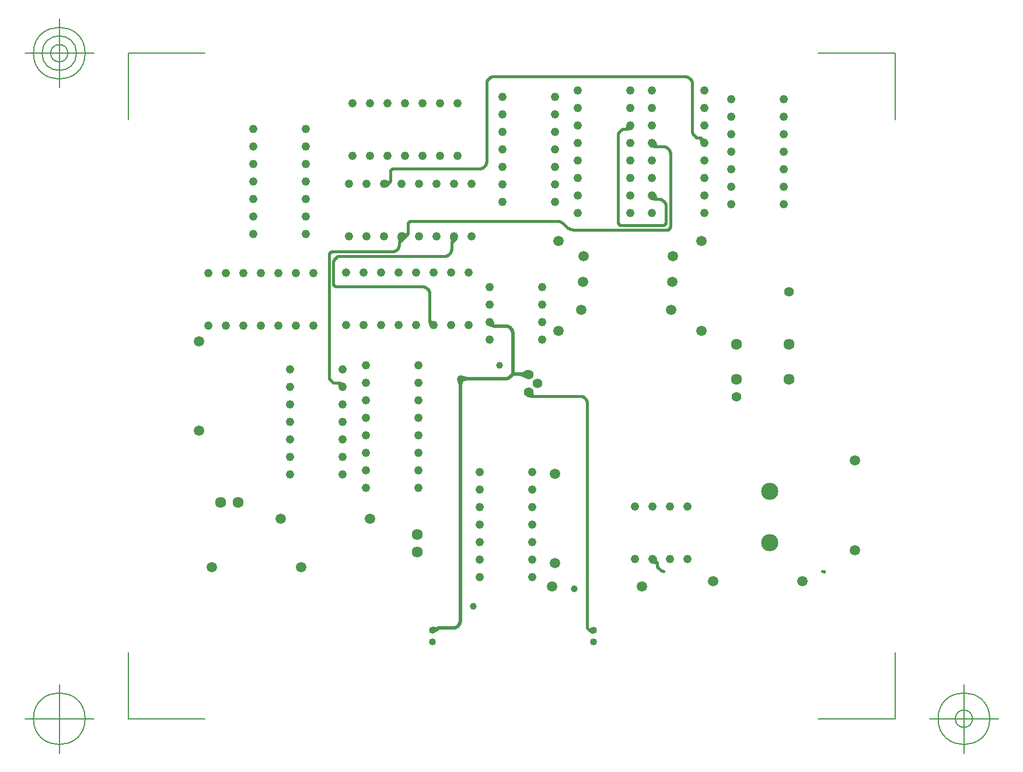
<source format=gbr>
G04 Generated by Ultiboard 12.0 *
%FSLAX25Y25*%
%MOIN*%

%ADD10C,0.00001*%
%ADD11C,0.02000*%
%ADD12C,0.01500*%
%ADD13C,0.00500*%
%ADD14C,0.06334*%
%ADD15C,0.05500*%
%ADD16C,0.05906*%
%ADD17C,0.04000*%
%ADD18C,0.04900*%
%ADD19C,0.03937*%
%ADD20C,0.09834*%


G04 ColorRGB 0000FF for the following layer *
%LNCopper Bottom*%
%LPD*%
G54D10*
G54D11*
X179000Y202500D02*
X176800Y204700D01*
X190000Y175000D02*
X195000Y175000D01*
X195200Y174800D01*
X199000Y174800D01*
X144100Y28767D02*
X146267Y28767D01*
X147500Y30000D01*
X186321Y172500D02*
X186569Y172511D01*
X186816Y172543D01*
X187058Y172597D01*
X187295Y172672D01*
X187524Y172767D01*
X187744Y172881D01*
X187953Y173015D01*
X188150Y173166D01*
X188333Y173333D01*
X190000Y198821D02*
X189989Y199069D01*
X189957Y199316D01*
X189903Y199558D01*
X189828Y199795D01*
X189733Y200024D01*
X189619Y200244D01*
X189485Y200453D01*
X189334Y200650D01*
X189167Y200833D01*
X188333Y201667D02*
X188150Y201834D01*
X187953Y201985D01*
X187744Y202119D01*
X187524Y202233D01*
X187295Y202328D01*
X187058Y202403D01*
X186816Y202457D01*
X186569Y202489D01*
X186321Y202500D01*
X156321Y30000D02*
X156569Y30011D01*
X156816Y30043D01*
X157058Y30097D01*
X157295Y30172D01*
X157524Y30267D01*
X157744Y30381D01*
X157953Y30515D01*
X158150Y30666D01*
X158333Y30833D01*
X159167Y31667D02*
X159334Y31850D01*
X159485Y32047D01*
X159619Y32256D01*
X159733Y32476D01*
X159828Y32705D01*
X159903Y32942D01*
X159957Y33184D01*
X159989Y33431D01*
X160000Y33679D01*
X160000Y33679D01*
X160000Y172500D02*
X186321Y172500D01*
X188333Y173333D02*
X190000Y175000D01*
X190000Y198821D01*
X189167Y200833D02*
X188333Y201667D01*
X186321Y202500D02*
X179000Y202500D01*
X147500Y30000D02*
X156321Y30000D01*
X158333Y30833D02*
X159167Y31667D01*
X160000Y33679D02*
X160000Y172500D01*
G36*
X163969Y172500D02*
X163969Y172500D01*
X160236Y171561D01*
X160236Y173439D01*
X163969Y172500D01*
D02*
G37*
X160236Y171561D01*
X160236Y173439D01*
X163969Y172500D01*
G36*
X160000Y168531D02*
X160000Y168531D01*
X159061Y172264D01*
X160939Y172264D01*
X160000Y168531D01*
D02*
G37*
X159061Y172264D01*
X160939Y172264D01*
X160000Y168531D01*
G36*
X178886Y202614D02*
X178886Y202614D01*
X176411Y203303D01*
X178197Y205089D01*
X178886Y202614D01*
D02*
G37*
X176411Y203303D01*
X178197Y205089D01*
X178886Y202614D01*
G36*
X195250Y174800D02*
X195250Y174800D01*
X198183Y176348D01*
X198183Y173252D01*
X195250Y174800D01*
D02*
G37*
X198183Y176348D01*
X198183Y173252D01*
X195250Y174800D01*
G36*
X147007Y29507D02*
X147007Y29507D01*
X144656Y27935D01*
X144190Y29762D01*
X147007Y29507D01*
D02*
G37*
X144656Y27935D01*
X144190Y29762D01*
X147007Y29507D01*
G54D12*
X299604Y307212D02*
X297500Y309315D01*
X297500Y310000D01*
X118800Y283800D02*
X116500Y283800D01*
X126500Y253800D02*
X126500Y251500D01*
X90782Y170000D02*
X92879Y167903D01*
X236000Y28767D02*
X233733Y28767D01*
X201300Y162500D02*
X199000Y164800D01*
X156500Y253800D02*
X156500Y251500D01*
X142500Y205000D02*
X142900Y205000D01*
X144800Y203100D01*
X272500Y67500D02*
X271700Y67500D01*
X269698Y69503D01*
X269604Y307212D02*
X271815Y305000D01*
X128800Y253800D02*
X126500Y253800D01*
X269604Y277212D02*
X271815Y275000D01*
X255023Y315000D02*
X257235Y317212D01*
X294411Y310589D02*
X294540Y310471D01*
X294679Y310364D01*
X294827Y310270D01*
X294983Y310188D01*
X295145Y310121D01*
X295313Y310069D01*
X295484Y310031D01*
X295658Y310008D01*
X295833Y310000D01*
X292500Y313679D02*
X292511Y313431D01*
X292543Y313184D01*
X292597Y312942D01*
X292672Y312705D01*
X292767Y312476D01*
X292881Y312256D01*
X293015Y312047D01*
X293166Y311850D01*
X293333Y311667D01*
X292500Y341321D02*
X292489Y341569D01*
X292457Y341816D01*
X292403Y342058D01*
X292328Y342295D01*
X292233Y342524D01*
X292119Y342744D01*
X291985Y342953D01*
X291834Y343150D01*
X291667Y343333D01*
X290833Y344167D02*
X290650Y344334D01*
X290453Y344485D01*
X290244Y344619D01*
X290024Y344733D01*
X289795Y344828D01*
X289558Y344903D01*
X289316Y344957D01*
X289069Y344989D01*
X288821Y345000D01*
X178679Y345000D02*
X178431Y344989D01*
X178184Y344957D01*
X177942Y344903D01*
X177705Y344828D01*
X177476Y344733D01*
X177256Y344619D01*
X177047Y344485D01*
X176850Y344334D01*
X176667Y344167D01*
X175833Y343333D02*
X175666Y343150D01*
X175515Y342953D01*
X175381Y342744D01*
X175267Y342524D01*
X175172Y342295D01*
X175097Y342058D01*
X175043Y341816D01*
X175011Y341569D01*
X175000Y341321D01*
X174167Y294167D02*
X174334Y294350D01*
X174485Y294547D01*
X174619Y294756D01*
X174733Y294976D01*
X174828Y295205D01*
X174903Y295442D01*
X174957Y295684D01*
X174989Y295931D01*
X175000Y296179D01*
X171321Y292500D02*
X171569Y292511D01*
X171816Y292543D01*
X172058Y292597D01*
X172295Y292672D01*
X172524Y292767D01*
X172744Y292881D01*
X172953Y293015D01*
X173150Y293166D01*
X173333Y293333D01*
X121839Y292500D02*
X121715Y292495D01*
X121592Y292478D01*
X121471Y292452D01*
X121353Y292414D01*
X121238Y292367D01*
X121128Y292309D01*
X121023Y292243D01*
X120925Y292167D01*
X120833Y292083D01*
X119600Y284600D02*
X119680Y284688D01*
X119753Y284782D01*
X119817Y284883D01*
X119872Y284989D01*
X119918Y285099D01*
X119953Y285212D01*
X119979Y285329D01*
X119995Y285447D01*
X120000Y285566D01*
X125500Y250500D02*
X125399Y250390D01*
X125309Y250272D01*
X125229Y250146D01*
X125160Y250014D01*
X125103Y249877D01*
X125058Y249735D01*
X125026Y249589D01*
X125006Y249442D01*
X125000Y249293D01*
X124411Y246911D02*
X124529Y247040D01*
X124636Y247179D01*
X124730Y247327D01*
X124812Y247483D01*
X124879Y247645D01*
X124931Y247813D01*
X124969Y247984D01*
X124992Y248158D01*
X125000Y248333D01*
X121321Y245000D02*
X121569Y245011D01*
X121816Y245043D01*
X122058Y245097D01*
X122295Y245172D01*
X122524Y245267D01*
X122744Y245381D01*
X122953Y245515D01*
X123150Y245666D01*
X123333Y245833D01*
X86839Y245000D02*
X86715Y244995D01*
X86592Y244978D01*
X86471Y244952D01*
X86353Y244914D01*
X86238Y244867D01*
X86128Y244809D01*
X86023Y244743D01*
X85925Y244667D01*
X85833Y244583D01*
X85000Y173679D02*
X85011Y173431D01*
X85043Y173184D01*
X85097Y172942D01*
X85172Y172705D01*
X85267Y172476D01*
X85381Y172256D01*
X85515Y172047D01*
X85666Y171850D01*
X85833Y171667D01*
X86726Y170774D02*
X86896Y170618D01*
X87079Y170478D01*
X87273Y170354D01*
X87478Y170247D01*
X87691Y170159D01*
X87910Y170090D01*
X88135Y170040D01*
X88364Y170010D01*
X88594Y170000D01*
X232500Y30581D02*
X232505Y30459D01*
X232521Y30338D01*
X232548Y30218D01*
X232585Y30101D01*
X232632Y29988D01*
X232688Y29880D01*
X232754Y29776D01*
X232828Y29679D01*
X232911Y29589D01*
X232500Y158821D02*
X232489Y159069D01*
X232457Y159316D01*
X232403Y159558D01*
X232328Y159795D01*
X232233Y160024D01*
X232119Y160244D01*
X231985Y160453D01*
X231834Y160650D01*
X231667Y160833D01*
X230833Y161667D02*
X230650Y161834D01*
X230453Y161985D01*
X230244Y162119D01*
X230024Y162233D01*
X229795Y162328D01*
X229558Y162403D01*
X229316Y162457D01*
X229069Y162489D01*
X228821Y162500D01*
X155500Y250500D02*
X155399Y250390D01*
X155309Y250272D01*
X155229Y250146D01*
X155160Y250014D01*
X155103Y249877D01*
X155058Y249735D01*
X155026Y249589D01*
X155006Y249442D01*
X155000Y249293D01*
X154167Y244167D02*
X154334Y244350D01*
X154485Y244547D01*
X154619Y244756D01*
X154733Y244976D01*
X154828Y245205D01*
X154903Y245442D01*
X154957Y245684D01*
X154989Y245931D01*
X155000Y246179D01*
X151321Y242500D02*
X151569Y242511D01*
X151816Y242543D01*
X152058Y242597D01*
X152295Y242672D01*
X152524Y242767D01*
X152744Y242881D01*
X152953Y243015D01*
X153150Y243166D01*
X153333Y243333D01*
X91179Y242500D02*
X90931Y242489D01*
X90684Y242457D01*
X90442Y242403D01*
X90205Y242328D01*
X89976Y242233D01*
X89756Y242119D01*
X89547Y241985D01*
X89350Y241834D01*
X89167Y241667D01*
X88333Y240833D02*
X88166Y240650D01*
X88015Y240453D01*
X87881Y240244D01*
X87767Y240024D01*
X87672Y239795D01*
X87597Y239558D01*
X87543Y239316D01*
X87511Y239069D01*
X87500Y238821D01*
X87500Y226839D02*
X87505Y226715D01*
X87522Y226592D01*
X87548Y226471D01*
X87586Y226353D01*
X87633Y226238D01*
X87691Y226128D01*
X87757Y226023D01*
X87833Y225925D01*
X87917Y225833D01*
X140833Y224167D02*
X140650Y224334D01*
X140453Y224485D01*
X140244Y224619D01*
X140024Y224733D01*
X139795Y224828D01*
X139558Y224903D01*
X139316Y224957D01*
X139069Y224989D01*
X138821Y225000D01*
X142500Y221321D02*
X142489Y221569D01*
X142457Y221816D01*
X142403Y222058D01*
X142328Y222295D01*
X142233Y222524D01*
X142119Y222744D01*
X141985Y222953D01*
X141834Y223150D01*
X141667Y223333D01*
X367879Y62121D02*
X367796Y62197D01*
X367706Y62266D01*
X367611Y62327D01*
X367511Y62379D01*
X367407Y62422D01*
X367299Y62456D01*
X367188Y62480D01*
X367076Y62495D01*
X366964Y62500D01*
X274167Y63333D02*
X274350Y63166D01*
X274547Y63015D01*
X274756Y62881D01*
X274976Y62767D01*
X275205Y62672D01*
X275442Y62597D01*
X275684Y62543D01*
X275931Y62511D01*
X276179Y62500D01*
X272500Y65833D02*
X272508Y65658D01*
X272531Y65484D01*
X272569Y65313D01*
X272621Y65145D01*
X272688Y64983D01*
X272770Y64827D01*
X272864Y64679D01*
X272971Y64540D01*
X273089Y64411D01*
X278333Y304167D02*
X278150Y304334D01*
X277953Y304485D01*
X277744Y304619D01*
X277524Y304733D01*
X277295Y304828D01*
X277058Y304903D01*
X276816Y304957D01*
X276569Y304989D01*
X276321Y305000D01*
X280000Y301321D02*
X279989Y301569D01*
X279957Y301816D01*
X279903Y302058D01*
X279828Y302295D01*
X279733Y302524D01*
X279619Y302744D01*
X279485Y302953D01*
X279334Y303150D01*
X279167Y303333D01*
X279583Y258333D02*
X279667Y258425D01*
X279743Y258523D01*
X279809Y258628D01*
X279867Y258738D01*
X279914Y258853D01*
X279952Y258971D01*
X279978Y259092D01*
X279995Y259215D01*
X280000Y259339D01*
X220833Y259167D02*
X221199Y258831D01*
X221593Y258529D01*
X222012Y258262D01*
X222452Y258033D01*
X222911Y257843D01*
X223384Y257694D01*
X223869Y257586D01*
X224361Y257522D01*
X224857Y257500D01*
X219167Y260833D02*
X218801Y261169D01*
X218407Y261471D01*
X217988Y261738D01*
X217548Y261967D01*
X217089Y262157D01*
X216616Y262306D01*
X216131Y262414D01*
X215639Y262478D01*
X215143Y262500D01*
X131839Y262500D02*
X131715Y262495D01*
X131592Y262478D01*
X131471Y262452D01*
X131353Y262414D01*
X131238Y262367D01*
X131128Y262309D01*
X131023Y262243D01*
X130925Y262167D01*
X130833Y262083D01*
X129600Y254600D02*
X129680Y254688D01*
X129753Y254782D01*
X129817Y254883D01*
X129872Y254989D01*
X129918Y255099D01*
X129953Y255212D01*
X129979Y255329D01*
X129995Y255447D01*
X130000Y255566D01*
X275751Y274249D02*
X275586Y274400D01*
X275408Y274537D01*
X275220Y274657D01*
X275022Y274760D01*
X274815Y274845D01*
X274602Y274913D01*
X274383Y274961D01*
X274162Y274990D01*
X273938Y275000D01*
X277500Y271321D02*
X277489Y271569D01*
X277457Y271816D01*
X277403Y272058D01*
X277328Y272295D01*
X277233Y272524D01*
X277119Y272744D01*
X276985Y272953D01*
X276834Y273150D01*
X276667Y273333D01*
X277083Y260833D02*
X277167Y260925D01*
X277243Y261023D01*
X277309Y261128D01*
X277367Y261238D01*
X277414Y261353D01*
X277452Y261471D01*
X277478Y261592D01*
X277495Y261715D01*
X277500Y261839D01*
X250833Y260417D02*
X250925Y260333D01*
X251023Y260257D01*
X251128Y260191D01*
X251238Y260133D01*
X251353Y260086D01*
X251471Y260048D01*
X251592Y260022D01*
X251715Y260005D01*
X251839Y260000D01*
X250833Y313333D02*
X250666Y313150D01*
X250515Y312953D01*
X250381Y312744D01*
X250267Y312524D01*
X250172Y312295D01*
X250097Y312058D01*
X250043Y311816D01*
X250011Y311569D01*
X250000Y311321D01*
X253341Y315000D02*
X253164Y314992D01*
X252988Y314969D01*
X252816Y314931D01*
X252647Y314878D01*
X252483Y314810D01*
X252326Y314728D01*
X252176Y314633D01*
X252036Y314525D01*
X251905Y314405D01*
X297500Y310000D02*
X295833Y310000D01*
X294411Y310589D02*
X293333Y311667D01*
X292500Y313679D02*
X292500Y341321D01*
X291667Y343333D02*
X290833Y344167D01*
X288821Y345000D02*
X178679Y345000D01*
X176667Y344167D02*
X175833Y343333D01*
X175000Y341321D02*
X175000Y296179D01*
X174167Y294167D02*
X173333Y293333D01*
X171321Y292500D02*
X121839Y292500D01*
X120833Y292083D02*
X120000Y291250D01*
X120000Y285566D01*
X119600Y284600D02*
X118800Y283800D01*
X126500Y251500D02*
X125500Y250500D01*
X125000Y249293D02*
X125000Y248333D01*
X124411Y246911D02*
X123333Y245833D01*
X121321Y245000D02*
X86839Y245000D01*
X85833Y244583D02*
X85000Y243750D01*
X85000Y173679D01*
X85833Y171667D02*
X86726Y170774D01*
X88594Y170000D02*
X90782Y170000D01*
X233733Y28767D02*
X232911Y29589D01*
X232500Y30581D02*
X232500Y158821D01*
X231667Y160833D02*
X230833Y161667D01*
X228821Y162500D02*
X201300Y162500D01*
X156500Y251500D02*
X155500Y250500D01*
X155000Y249293D02*
X155000Y246179D01*
X154167Y244167D02*
X153333Y243333D01*
X151321Y242500D02*
X91179Y242500D01*
X89167Y241667D02*
X88333Y240833D01*
X87500Y238821D02*
X87500Y226839D01*
X87917Y225833D02*
X88750Y225000D01*
X138821Y225000D01*
X140833Y224167D02*
X141667Y223333D01*
X142500Y221321D02*
X142500Y205000D01*
X274167Y63333D02*
X273089Y64411D01*
X272500Y65833D02*
X272500Y67500D01*
X271815Y305000D02*
X276321Y305000D01*
X278333Y304167D02*
X279167Y303333D01*
X280000Y301321D02*
X280000Y259339D01*
X279583Y258333D02*
X278750Y257500D01*
X224857Y257500D01*
X220833Y259167D02*
X219167Y260833D01*
X215143Y262500D02*
X131839Y262500D01*
X130833Y262083D02*
X130000Y261250D01*
X130000Y255566D01*
X129600Y254600D02*
X128800Y253800D01*
X271815Y275000D02*
X273938Y275000D01*
X275751Y274249D02*
X276667Y273333D01*
X277500Y271321D02*
X277500Y261839D01*
X277083Y260833D02*
X276250Y260000D01*
X251839Y260000D01*
X250833Y260417D02*
X250000Y261250D01*
X250000Y311321D01*
X250833Y313333D02*
X251905Y314405D01*
X253341Y315000D02*
X255023Y315000D01*
G36*
X271864Y67500D02*
X271864Y67500D01*
X269474Y67818D01*
X271360Y69858D01*
X271864Y67500D01*
D02*
G37*
X269474Y67818D01*
X271360Y69858D01*
X271864Y67500D01*
G36*
X90793Y169989D02*
X90793Y169989D01*
X93169Y169578D01*
X91204Y167613D01*
X90793Y169989D01*
D02*
G37*
X93169Y169578D01*
X91204Y167613D01*
X90793Y169989D01*
G36*
X233510Y28990D02*
X233510Y28990D01*
X235474Y29901D01*
X235281Y27744D01*
X233510Y28990D01*
D02*
G37*
X235474Y29901D01*
X235281Y27744D01*
X233510Y28990D01*
G36*
X142543Y205000D02*
X142543Y205000D01*
X144945Y204794D01*
X143156Y202668D01*
X142543Y205000D01*
D02*
G37*
X144945Y204794D01*
X143156Y202668D01*
X142543Y205000D01*
G36*
X201298Y162502D02*
X201298Y162502D01*
X198756Y162815D01*
X200985Y165044D01*
X201298Y162502D01*
D02*
G37*
X198756Y162815D01*
X200985Y165044D01*
X201298Y162502D01*
G36*
X297518Y309298D02*
X297518Y309298D01*
X299893Y308887D01*
X297928Y306922D01*
X297518Y309298D01*
D02*
G37*
X299893Y308887D01*
X297928Y306922D01*
X297518Y309298D01*
G36*
X271690Y275126D02*
X271690Y275126D01*
X269314Y275537D01*
X271279Y277501D01*
X271690Y275126D01*
D02*
G37*
X269314Y275537D01*
X271279Y277501D01*
X271690Y275126D01*
G36*
X271690Y305126D02*
X271690Y305126D01*
X269314Y305537D01*
X271279Y307501D01*
X271690Y305126D01*
D02*
G37*
X269314Y305537D01*
X271279Y307501D01*
X271690Y305126D01*
G36*
X255149Y315126D02*
X255149Y315126D01*
X255560Y317501D01*
X257525Y315537D01*
X255149Y315126D01*
D02*
G37*
X255560Y317501D01*
X257525Y315537D01*
X255149Y315126D01*
G36*
X119390Y284390D02*
X119390Y284390D01*
X117738Y282635D01*
X117182Y285357D01*
X119390Y284390D01*
D02*
G37*
X117738Y282635D01*
X117182Y285357D01*
X119390Y284390D01*
G36*
X155910Y250910D02*
X155910Y250910D01*
X154943Y253118D01*
X157665Y252562D01*
X155910Y250910D01*
D02*
G37*
X154943Y253118D01*
X157665Y252562D01*
X155910Y250910D01*
G36*
X125910Y250910D02*
X125910Y250910D01*
X124943Y253118D01*
X127665Y252562D01*
X125910Y250910D01*
D02*
G37*
X124943Y253118D01*
X127665Y252562D01*
X125910Y250910D01*
G36*
X129390Y254390D02*
X129390Y254390D01*
X127738Y252635D01*
X127182Y255357D01*
X129390Y254390D01*
D02*
G37*
X127738Y252635D01*
X127182Y255357D01*
X129390Y254390D01*
G54D13*
X-29612Y-21812D02*
X-29612Y16207D01*
X-29612Y-21812D02*
X14187Y-21812D01*
X408374Y-21812D02*
X364575Y-21812D01*
X408374Y-21812D02*
X408374Y16207D01*
X408374Y358374D02*
X408374Y320355D01*
X408374Y358374D02*
X364575Y358374D01*
X-29612Y358374D02*
X14187Y358374D01*
X-29612Y358374D02*
X-29612Y320355D01*
X-49297Y-21812D02*
X-88667Y-21812D01*
X-68982Y-41497D02*
X-68982Y-2127D01*
X-83746Y-21812D02*
G75*
D01*
G02X-83746Y-21812I14764J0*
G01*
X428059Y-21812D02*
X467429Y-21812D01*
X447744Y-41497D02*
X447744Y-2127D01*
X432980Y-21812D02*
G75*
D01*
G02X432980Y-21812I14764J0*
G01*
X442823Y-21812D02*
G75*
D01*
G02X442823Y-21812I4921J0*
G01*
X-49297Y358374D02*
X-88667Y358374D01*
X-68982Y338689D02*
X-68982Y378059D01*
X-83746Y358374D02*
G75*
D01*
G02X-83746Y358374I14764J0*
G01*
X-78824Y358374D02*
G75*
D01*
G02X-78824Y358374I9842J0*
G01*
X-73903Y358374D02*
G75*
D01*
G02X-73903Y358374I4921J0*
G01*
G54D14*
X317700Y192200D03*
X347700Y192200D03*
X317700Y172200D03*
X347700Y172200D03*
X33300Y101700D03*
X23300Y101700D03*
X135646Y83526D03*
X135646Y73526D03*
G54D15*
X317700Y162200D03*
X347700Y222200D03*
X199000Y174800D03*
X199000Y164800D03*
X204000Y169800D03*
G54D16*
X304446Y56596D03*
X355628Y56596D03*
X212618Y53858D03*
X263799Y53858D03*
X214041Y118168D03*
X214041Y66987D03*
X10700Y193781D03*
X10700Y142600D03*
X57463Y92519D03*
X108644Y92519D03*
X18046Y64652D03*
X69227Y64652D03*
X297959Y199865D03*
X297959Y251046D03*
X230000Y227900D03*
X281181Y227900D03*
X216300Y251081D03*
X216300Y199900D03*
X230419Y242500D03*
X281600Y242500D03*
X229219Y211600D03*
X280400Y211600D03*
X385538Y74538D03*
X385538Y125719D03*
G54D17*
X144100Y22100D03*
X144100Y28767D03*
X236000Y22100D03*
X236000Y28767D03*
G54D18*
X41979Y255054D03*
X71979Y285054D03*
X71979Y265054D03*
X71979Y275054D03*
X71979Y295054D03*
X71979Y305054D03*
X71979Y315054D03*
X41979Y315054D03*
X41979Y285054D03*
X41979Y265054D03*
X41979Y275054D03*
X41979Y295054D03*
X41979Y305054D03*
X71979Y255054D03*
X201134Y119101D03*
X171134Y89101D03*
X171134Y109101D03*
X171134Y99101D03*
X171134Y79101D03*
X171134Y69101D03*
X171134Y59101D03*
X201134Y59101D03*
X201134Y89101D03*
X201134Y109101D03*
X201134Y99101D03*
X201134Y79101D03*
X201134Y69101D03*
X171134Y119101D03*
X98587Y329700D03*
X128587Y299700D03*
X108587Y299700D03*
X118587Y299700D03*
X138587Y299700D03*
X148587Y299700D03*
X158587Y299700D03*
X158587Y329700D03*
X128587Y329700D03*
X108587Y329700D03*
X118587Y329700D03*
X138587Y329700D03*
X148587Y329700D03*
X98587Y299700D03*
X96500Y283800D03*
X116500Y253800D03*
X106500Y253800D03*
X126500Y253800D03*
X146500Y253800D03*
X136500Y253800D03*
X156500Y253800D03*
X166500Y253800D03*
X156500Y283800D03*
X126500Y283800D03*
X116500Y283800D03*
X106500Y283800D03*
X146500Y283800D03*
X136500Y283800D03*
X166500Y283800D03*
X96500Y253800D03*
X214100Y333500D03*
X184100Y303500D03*
X184100Y323500D03*
X184100Y313500D03*
X184100Y293500D03*
X184100Y283500D03*
X184100Y273500D03*
X214100Y273500D03*
X214100Y303500D03*
X214100Y323500D03*
X214100Y313500D03*
X214100Y293500D03*
X214100Y283500D03*
X184100Y333500D03*
X227235Y267212D03*
X257235Y287212D03*
X257235Y277212D03*
X257235Y297212D03*
X257235Y317212D03*
X257235Y307212D03*
X257235Y327212D03*
X257235Y337212D03*
X227235Y327212D03*
X227235Y297212D03*
X227235Y287212D03*
X227235Y277212D03*
X227235Y317212D03*
X227235Y307212D03*
X227235Y337212D03*
X257235Y267212D03*
X299604Y337212D03*
X269604Y317212D03*
X269604Y327212D03*
X269604Y307212D03*
X269604Y287212D03*
X269604Y297212D03*
X269604Y277212D03*
X269604Y267212D03*
X299604Y277212D03*
X299604Y307212D03*
X299604Y317212D03*
X299604Y327212D03*
X299604Y287212D03*
X299604Y297212D03*
X299604Y267212D03*
X269604Y337212D03*
X344800Y332100D03*
X314800Y302100D03*
X314800Y322100D03*
X314800Y312100D03*
X314800Y292100D03*
X314800Y282100D03*
X314800Y272100D03*
X344800Y272100D03*
X344800Y302100D03*
X344800Y322100D03*
X344800Y312100D03*
X344800Y292100D03*
X344800Y282100D03*
X314800Y332100D03*
X94800Y233100D03*
X114800Y203100D03*
X104800Y203100D03*
X124800Y203100D03*
X144800Y203100D03*
X134800Y203100D03*
X154800Y203100D03*
X164800Y203100D03*
X154800Y233100D03*
X124800Y233100D03*
X114800Y233100D03*
X104800Y233100D03*
X144800Y233100D03*
X134800Y233100D03*
X164800Y233100D03*
X94800Y203100D03*
X16000Y202900D03*
X16000Y232900D03*
X46000Y202900D03*
X26000Y202900D03*
X36000Y202900D03*
X56000Y202900D03*
X66000Y202900D03*
X76000Y202900D03*
X76000Y232900D03*
X46000Y232900D03*
X26000Y232900D03*
X36000Y232900D03*
X56000Y232900D03*
X66000Y232900D03*
X136248Y179990D03*
X106248Y159990D03*
X106248Y169990D03*
X106248Y149990D03*
X106248Y129990D03*
X106248Y139990D03*
X106248Y119990D03*
X106248Y109990D03*
X136248Y119990D03*
X136248Y149990D03*
X136248Y159990D03*
X136248Y169990D03*
X136248Y129990D03*
X136248Y139990D03*
X136248Y109990D03*
X106248Y179990D03*
X62879Y117903D03*
X92879Y147903D03*
X92879Y127903D03*
X92879Y137903D03*
X92879Y157903D03*
X92879Y167903D03*
X92879Y177903D03*
X62879Y177903D03*
X62879Y147903D03*
X62879Y127903D03*
X62879Y137903D03*
X62879Y157903D03*
X62879Y167903D03*
X92879Y117903D03*
X259698Y69503D03*
X259698Y99503D03*
X269698Y69503D03*
X289698Y69503D03*
X279698Y69503D03*
X289698Y99503D03*
X269698Y99503D03*
X279698Y99503D03*
X176800Y204700D03*
X176800Y224700D03*
X206800Y224700D03*
X176800Y214700D03*
X176800Y194700D03*
X206800Y194700D03*
X206800Y214700D03*
X206800Y204700D03*
G54D19*
X225000Y52500D03*
X182500Y180000D03*
X167500Y42500D03*
X160000Y172500D03*
G54D20*
X336800Y78900D03*
X336800Y108067D03*

M00*

</source>
